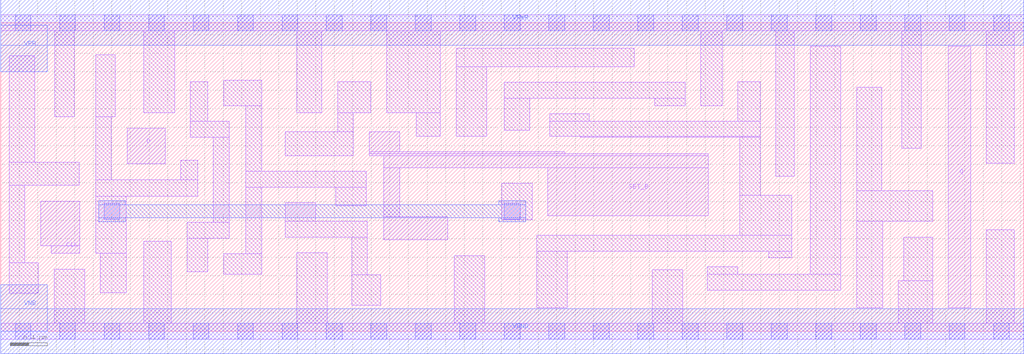
<source format=lef>
# Copyright 2020 The SkyWater PDK Authors
#
# Licensed under the Apache License, Version 2.0 (the "License");
# you may not use this file except in compliance with the License.
# You may obtain a copy of the License at
#
#     https://www.apache.org/licenses/LICENSE-2.0
#
# Unless required by applicable law or agreed to in writing, software
# distributed under the License is distributed on an "AS IS" BASIS,
# WITHOUT WARRANTIES OR CONDITIONS OF ANY KIND, either express or implied.
# See the License for the specific language governing permissions and
# limitations under the License.
#
# SPDX-License-Identifier: Apache-2.0

VERSION 5.5 ;
NAMESCASESENSITIVE ON ;
BUSBITCHARS "[]" ;
DIVIDERCHAR "/" ;
MACRO sky130_fd_sc_lp__dfstp_2
  CLASS CORE ;
  SOURCE USER ;
  ORIGIN  0.000000  0.000000 ;
  SIZE  11.04000 BY  3.330000 ;
  SYMMETRY X Y R90 ;
  SITE unit ;
  PIN D
    ANTENNAGATEAREA  0.126000 ;
    DIRECTION INPUT ;
    USE SIGNAL ;
    PORT
      LAYER li1 ;
        RECT 1.365000 1.805000 1.775000 2.190000 ;
    END
  END D
  PIN Q
    ANTENNADIFFAREA  0.588000 ;
    DIRECTION OUTPUT ;
    USE SIGNAL ;
    PORT
      LAYER li1 ;
        RECT 10.225000 0.255000 10.465000 3.075000 ;
    END
  END Q
  PIN SET_B
    ANTENNAGATEAREA  0.252000 ;
    DIRECTION INPUT ;
    USE SIGNAL ;
    PORT
      LAYER li1 ;
        RECT 3.975000 1.895000 7.635000 1.915000 ;
        RECT 3.975000 1.915000 6.085000 1.935000 ;
        RECT 3.975000 1.935000 4.305000 2.155000 ;
        RECT 4.135000 0.985000 4.825000 1.235000 ;
        RECT 4.135000 1.235000 4.305000 1.765000 ;
        RECT 4.135000 1.765000 7.635000 1.895000 ;
        RECT 5.905000 1.245000 7.635000 1.765000 ;
    END
  END SET_B
  PIN CLK
    ANTENNAGATEAREA  0.159000 ;
    DIRECTION INPUT ;
    USE CLOCK ;
    PORT
      LAYER li1 ;
        RECT 0.430000 0.925000 0.855000 1.405000 ;
        RECT 0.545000 0.840000 0.855000 0.925000 ;
    END
  END CLK
  PIN VGND
    DIRECTION INOUT ;
    USE GROUND ;
    PORT
      LAYER met1 ;
        RECT 0.000000 -0.245000 11.040000 0.245000 ;
    END
  END VGND
  PIN VNB
    DIRECTION INOUT ;
    USE GROUND ;
    PORT
      LAYER met1 ;
        RECT 0.000000 0.000000 0.500000 0.500000 ;
    END
  END VNB
  PIN VPB
    DIRECTION INOUT ;
    USE POWER ;
    PORT
      LAYER met1 ;
        RECT 0.000000 2.800000 0.500000 3.300000 ;
    END
  END VPB
  PIN VPWR
    DIRECTION INOUT ;
    USE POWER ;
    PORT
      LAYER met1 ;
        RECT 0.000000 3.085000 11.040000 3.575000 ;
    END
  END VPWR
  OBS
    LAYER li1 ;
      RECT  0.000000 -0.085000 11.040000 0.085000 ;
      RECT  0.000000  3.245000 11.040000 3.415000 ;
      RECT  0.090000  0.410000  0.405000 0.740000 ;
      RECT  0.090000  0.740000  0.260000 1.575000 ;
      RECT  0.090000  1.575000  0.845000 1.825000 ;
      RECT  0.090000  1.825000  0.365000 2.975000 ;
      RECT  0.575000  0.085000  0.905000 0.670000 ;
      RECT  0.585000  2.315000  0.795000 3.245000 ;
      RECT  1.025000  0.840000  1.355000 1.455000 ;
      RECT  1.025000  1.455000  2.125000 1.635000 ;
      RECT  1.025000  1.635000  1.195000 2.315000 ;
      RECT  1.025000  2.315000  1.235000 2.985000 ;
      RECT  1.075000  0.415000  1.355000 0.840000 ;
      RECT  1.545000  0.085000  1.840000 0.970000 ;
      RECT  1.545000  2.360000  1.875000 3.245000 ;
      RECT  1.945000  1.635000  2.125000 1.845000 ;
      RECT  2.010000  0.640000  2.235000 1.005000 ;
      RECT  2.010000  1.005000  2.465000 1.175000 ;
      RECT  2.045000  2.095000  2.465000 2.265000 ;
      RECT  2.045000  2.265000  2.235000 2.690000 ;
      RECT  2.295000  1.175000  2.465000 2.095000 ;
      RECT  2.405000  0.615000  2.815000 0.835000 ;
      RECT  2.405000  2.435000  2.815000 2.710000 ;
      RECT  2.645000  0.835000  2.815000 1.555000 ;
      RECT  2.645000  1.555000  3.945000 1.725000 ;
      RECT  2.645000  1.725000  2.815000 2.435000 ;
      RECT  3.070000  1.015000  3.955000 1.185000 ;
      RECT  3.070000  1.185000  3.400000 1.385000 ;
      RECT  3.070000  1.895000  3.805000 2.155000 ;
      RECT  3.195000  0.085000  3.525000 0.845000 ;
      RECT  3.195000  2.360000  3.465000 3.245000 ;
      RECT  3.615000  1.355000  3.945000 1.555000 ;
      RECT  3.635000  2.155000  3.805000 2.360000 ;
      RECT  3.635000  2.360000  3.995000 2.690000 ;
      RECT  3.785000  0.280000  4.100000 0.610000 ;
      RECT  3.785000  0.610000  3.955000 1.015000 ;
      RECT  4.165000  2.360000  4.745000 3.245000 ;
      RECT  4.485000  2.105000  4.745000 2.360000 ;
      RECT  4.895000  0.085000  5.225000 0.815000 ;
      RECT  4.915000  2.105000  5.245000 2.855000 ;
      RECT  4.915000  2.855000  6.835000 3.055000 ;
      RECT  5.405000  1.205000  5.735000 1.595000 ;
      RECT  5.435000  2.170000  5.710000 2.515000 ;
      RECT  5.435000  2.515000  7.385000 2.685000 ;
      RECT  5.785000  0.255000  6.115000 0.865000 ;
      RECT  5.785000  0.865000  8.535000 1.035000 ;
      RECT  5.925000  2.105000  8.195000 2.265000 ;
      RECT  5.925000  2.265000  6.350000 2.345000 ;
      RECT  6.255000  2.095000  8.195000 2.105000 ;
      RECT  7.030000  0.085000  7.360000 0.665000 ;
      RECT  7.055000  2.435000  7.385000 2.515000 ;
      RECT  7.555000  2.435000  7.785000 3.245000 ;
      RECT  7.625000  0.445000  9.065000 0.615000 ;
      RECT  7.625000  0.615000  7.955000 0.695000 ;
      RECT  7.955000  2.265000  8.195000 2.690000 ;
      RECT  7.975000  1.035000  8.535000 1.465000 ;
      RECT  7.975000  1.465000  8.195000 2.095000 ;
      RECT  8.285000  0.795000  8.535000 0.865000 ;
      RECT  8.365000  1.670000  8.565000 3.245000 ;
      RECT  8.735000  0.615000  9.065000 3.075000 ;
      RECT  9.235000  0.255000  9.515000 1.185000 ;
      RECT  9.235000  1.185000 10.055000 1.515000 ;
      RECT  9.235000  1.515000  9.505000 2.635000 ;
      RECT  9.685000  0.085000 10.055000 0.545000 ;
      RECT  9.725000  1.975000  9.935000 3.245000 ;
      RECT  9.745000  0.545000 10.055000 1.015000 ;
      RECT 10.635000  0.085000 10.935000 1.095000 ;
      RECT 10.635000  1.815000 10.935000 3.245000 ;
    LAYER mcon ;
      RECT  0.155000 -0.085000  0.325000 0.085000 ;
      RECT  0.155000  3.245000  0.325000 3.415000 ;
      RECT  0.635000 -0.085000  0.805000 0.085000 ;
      RECT  0.635000  3.245000  0.805000 3.415000 ;
      RECT  1.115000 -0.085000  1.285000 0.085000 ;
      RECT  1.115000  1.210000  1.285000 1.380000 ;
      RECT  1.115000  3.245000  1.285000 3.415000 ;
      RECT  1.595000 -0.085000  1.765000 0.085000 ;
      RECT  1.595000  3.245000  1.765000 3.415000 ;
      RECT  2.075000 -0.085000  2.245000 0.085000 ;
      RECT  2.075000  3.245000  2.245000 3.415000 ;
      RECT  2.555000 -0.085000  2.725000 0.085000 ;
      RECT  2.555000  3.245000  2.725000 3.415000 ;
      RECT  3.035000 -0.085000  3.205000 0.085000 ;
      RECT  3.035000  3.245000  3.205000 3.415000 ;
      RECT  3.515000 -0.085000  3.685000 0.085000 ;
      RECT  3.515000  3.245000  3.685000 3.415000 ;
      RECT  3.995000 -0.085000  4.165000 0.085000 ;
      RECT  3.995000  3.245000  4.165000 3.415000 ;
      RECT  4.475000 -0.085000  4.645000 0.085000 ;
      RECT  4.475000  3.245000  4.645000 3.415000 ;
      RECT  4.955000 -0.085000  5.125000 0.085000 ;
      RECT  4.955000  3.245000  5.125000 3.415000 ;
      RECT  5.435000 -0.085000  5.605000 0.085000 ;
      RECT  5.435000  1.210000  5.605000 1.380000 ;
      RECT  5.435000  3.245000  5.605000 3.415000 ;
      RECT  5.915000 -0.085000  6.085000 0.085000 ;
      RECT  5.915000  3.245000  6.085000 3.415000 ;
      RECT  6.395000 -0.085000  6.565000 0.085000 ;
      RECT  6.395000  3.245000  6.565000 3.415000 ;
      RECT  6.875000 -0.085000  7.045000 0.085000 ;
      RECT  6.875000  3.245000  7.045000 3.415000 ;
      RECT  7.355000 -0.085000  7.525000 0.085000 ;
      RECT  7.355000  3.245000  7.525000 3.415000 ;
      RECT  7.835000 -0.085000  8.005000 0.085000 ;
      RECT  7.835000  3.245000  8.005000 3.415000 ;
      RECT  8.315000 -0.085000  8.485000 0.085000 ;
      RECT  8.315000  3.245000  8.485000 3.415000 ;
      RECT  8.795000 -0.085000  8.965000 0.085000 ;
      RECT  8.795000  3.245000  8.965000 3.415000 ;
      RECT  9.275000 -0.085000  9.445000 0.085000 ;
      RECT  9.275000  3.245000  9.445000 3.415000 ;
      RECT  9.755000 -0.085000  9.925000 0.085000 ;
      RECT  9.755000  3.245000  9.925000 3.415000 ;
      RECT 10.235000 -0.085000 10.405000 0.085000 ;
      RECT 10.235000  3.245000 10.405000 3.415000 ;
      RECT 10.715000 -0.085000 10.885000 0.085000 ;
      RECT 10.715000  3.245000 10.885000 3.415000 ;
    LAYER met1 ;
      RECT 1.055000 1.180000 1.345000 1.225000 ;
      RECT 1.055000 1.225000 5.665000 1.365000 ;
      RECT 1.055000 1.365000 1.345000 1.410000 ;
      RECT 5.375000 1.180000 5.665000 1.225000 ;
      RECT 5.375000 1.365000 5.665000 1.410000 ;
  END
END sky130_fd_sc_lp__dfstp_2

</source>
